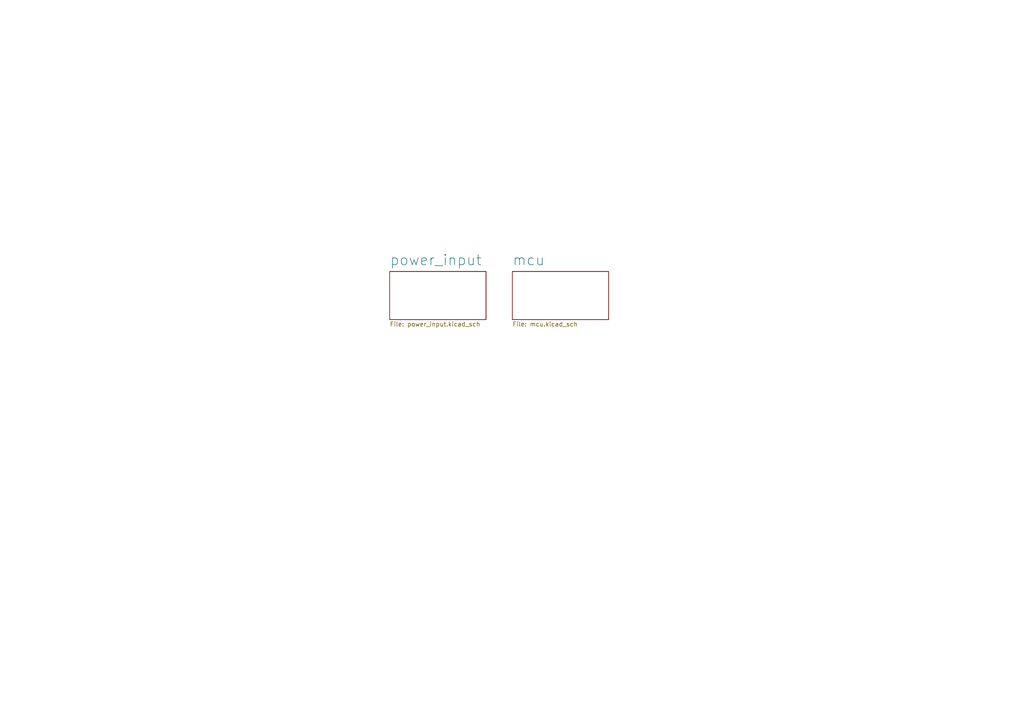
<source format=kicad_sch>
(kicad_sch (version 20230121) (generator eeschema)
  (paper "A4")
  (title_block (title "Desk Controller") (rev "0") (company "Stefano Nicolis"))
  (lib_symbols)
  (sheet (at 113.03 78.74) (size 27.94 13.97) (stroke (width 0.1524))
    (property "Sheetname" "power_input" (at 113.03 77.1634 0) (effects (font (size 3 3)) (justify left bottom)))
    (property "Sheetfile" "power_input.kicad_sch" (at 113.03 93.2946 0) (effects (justify left top)))
  )
  (sheet (at 148.59 78.74) (size 27.94 13.97) (stroke (width 0.1524))
    (property "Sheetname" "mcu" (at 148.59 77.1634 0) (effects (font (size 3 3)) (justify left bottom)))
    (property "Sheetfile" "mcu.kicad_sch" (at 148.59 93.2946 0) (effects (justify left top)))
  )
)
</source>
